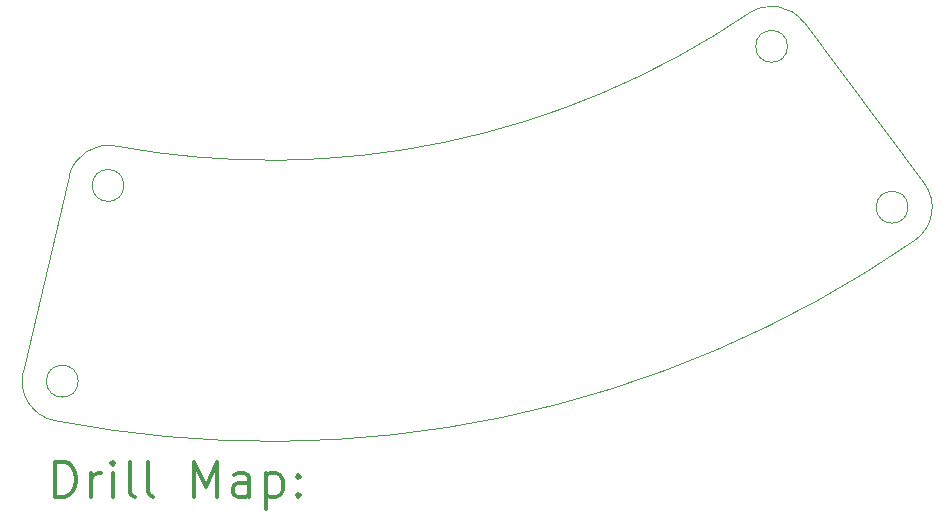
<source format=gbr>
%FSLAX45Y45*%
G04 Gerber Fmt 4.5, Leading zero omitted, Abs format (unit mm)*
G04 Created by KiCad (PCBNEW (5.1.10)-1) date 2022-10-21 14:01:52*
%MOMM*%
%LPD*%
G01*
G04 APERTURE LIST*
%TA.AperFunction,Profile*%
%ADD10C,0.100000*%
%TD*%
%ADD11C,0.200000*%
%ADD12C,0.300000*%
G04 APERTURE END LIST*
D10*
X14050847Y-5964456D02*
G75*
G02*
X8685717Y-7089200I-4050847J5964456D01*
G01*
X15534163Y-7403590D02*
X14513978Y-6041863D01*
X15534163Y-7403590D02*
G75*
G02*
X15455473Y-7887073I-272106J-203858D01*
G01*
X15455473Y-7887073D02*
G75*
G02*
X8171533Y-9414075I-5455473J7887073D01*
G01*
X8171533Y-9414075D02*
G75*
G02*
X7905287Y-9002904I64826J333763D01*
G01*
X8292668Y-7346095D02*
X7905287Y-9002904D01*
X8292668Y-7346095D02*
G75*
G02*
X8685717Y-7089200I331071J-77408D01*
G01*
X14050847Y-5964456D02*
G75*
G02*
X14513978Y-6041863I191025J-281264D01*
G01*
X14376871Y-6245721D02*
G75*
G03*
X14376871Y-6245721I-135000J0D01*
G01*
X15397057Y-7607448D02*
G75*
G03*
X15397057Y-7607448I-135000J0D01*
G01*
X8371358Y-9080312D02*
G75*
G03*
X8371358Y-9080312I-135000J0D01*
G01*
X8758739Y-7423504D02*
G75*
G03*
X8758739Y-7423504I-135000J0D01*
G01*
D11*
D12*
X8177787Y-10060714D02*
X8177787Y-9760714D01*
X8249215Y-9760714D01*
X8292072Y-9775000D01*
X8320644Y-9803571D01*
X8334930Y-9832143D01*
X8349215Y-9889286D01*
X8349215Y-9932143D01*
X8334930Y-9989286D01*
X8320644Y-10017857D01*
X8292072Y-10046429D01*
X8249215Y-10060714D01*
X8177787Y-10060714D01*
X8477787Y-10060714D02*
X8477787Y-9860714D01*
X8477787Y-9917857D02*
X8492073Y-9889286D01*
X8506358Y-9875000D01*
X8534930Y-9860714D01*
X8563501Y-9860714D01*
X8663501Y-10060714D02*
X8663501Y-9860714D01*
X8663501Y-9760714D02*
X8649215Y-9775000D01*
X8663501Y-9789286D01*
X8677787Y-9775000D01*
X8663501Y-9760714D01*
X8663501Y-9789286D01*
X8849215Y-10060714D02*
X8820644Y-10046429D01*
X8806358Y-10017857D01*
X8806358Y-9760714D01*
X9006358Y-10060714D02*
X8977787Y-10046429D01*
X8963501Y-10017857D01*
X8963501Y-9760714D01*
X9349215Y-10060714D02*
X9349215Y-9760714D01*
X9449215Y-9975000D01*
X9549215Y-9760714D01*
X9549215Y-10060714D01*
X9820644Y-10060714D02*
X9820644Y-9903571D01*
X9806358Y-9875000D01*
X9777787Y-9860714D01*
X9720644Y-9860714D01*
X9692073Y-9875000D01*
X9820644Y-10046429D02*
X9792073Y-10060714D01*
X9720644Y-10060714D01*
X9692073Y-10046429D01*
X9677787Y-10017857D01*
X9677787Y-9989286D01*
X9692073Y-9960714D01*
X9720644Y-9946429D01*
X9792073Y-9946429D01*
X9820644Y-9932143D01*
X9963501Y-9860714D02*
X9963501Y-10160714D01*
X9963501Y-9875000D02*
X9992073Y-9860714D01*
X10049215Y-9860714D01*
X10077787Y-9875000D01*
X10092073Y-9889286D01*
X10106358Y-9917857D01*
X10106358Y-10003571D01*
X10092073Y-10032143D01*
X10077787Y-10046429D01*
X10049215Y-10060714D01*
X9992073Y-10060714D01*
X9963501Y-10046429D01*
X10234930Y-10032143D02*
X10249215Y-10046429D01*
X10234930Y-10060714D01*
X10220644Y-10046429D01*
X10234930Y-10032143D01*
X10234930Y-10060714D01*
X10234930Y-9875000D02*
X10249215Y-9889286D01*
X10234930Y-9903571D01*
X10220644Y-9889286D01*
X10234930Y-9875000D01*
X10234930Y-9903571D01*
M02*

</source>
